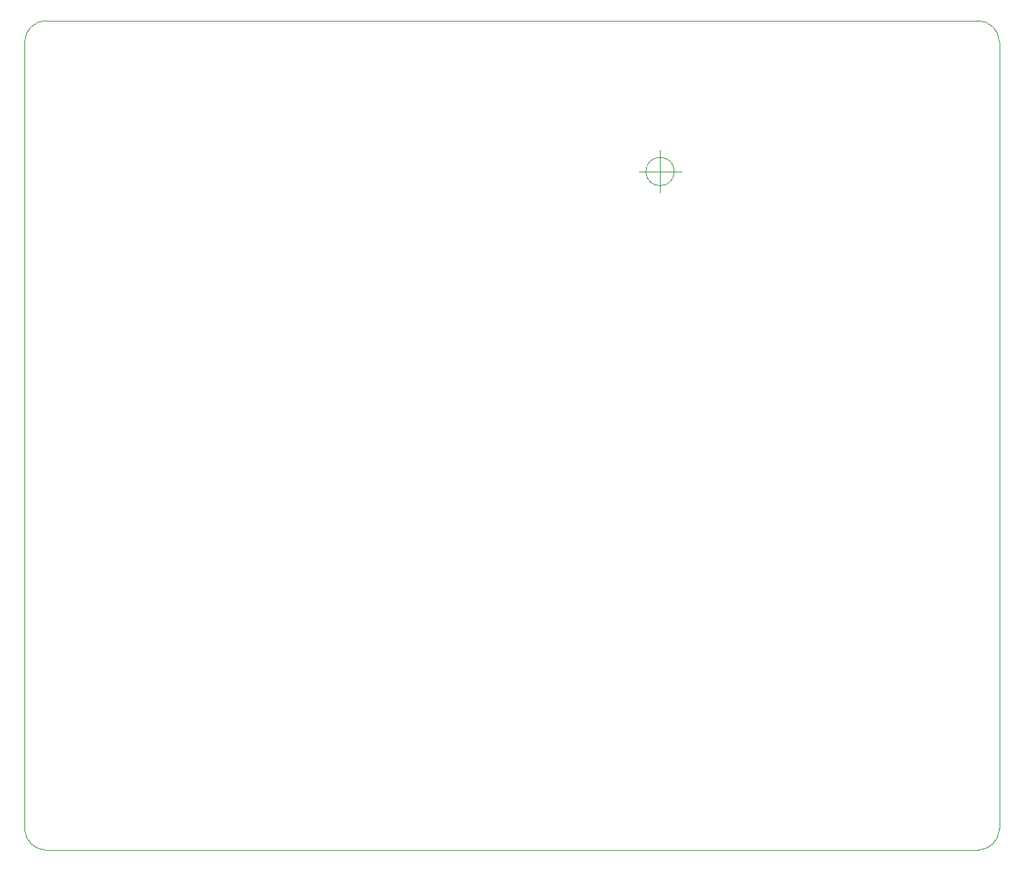
<source format=gbr>
%TF.GenerationSoftware,KiCad,Pcbnew,(5.1.6-0-10_14)*%
%TF.CreationDate,2020-09-02T17:46:37+08:00*%
%TF.ProjectId,EngineerPad,456e6769-6e65-4657-9250-61642e6b6963,v0.3*%
%TF.SameCoordinates,Original*%
%TF.FileFunction,Profile,NP*%
%FSLAX46Y46*%
G04 Gerber Fmt 4.6, Leading zero omitted, Abs format (unit mm)*
G04 Created by KiCad (PCBNEW (5.1.6-0-10_14)) date 2020-09-02 17:46:37*
%MOMM*%
%LPD*%
G01*
G04 APERTURE LIST*
%TA.AperFunction,Profile*%
%ADD10C,0.050000*%
%TD*%
G04 APERTURE END LIST*
D10*
X153641666Y-76025000D02*
G75*
G03*
X153641666Y-76025000I-1666666J0D01*
G01*
X149475000Y-76025000D02*
X154475000Y-76025000D01*
X151975000Y-73525000D02*
X151975000Y-78525000D01*
X189440000Y-58245000D02*
G75*
G02*
X191980000Y-60785000I0J-2540000D01*
G01*
X77045000Y-60785000D02*
G75*
G02*
X79585000Y-58245000I2540000J0D01*
G01*
X79585000Y-156035000D02*
G75*
G02*
X77045000Y-153495000I0J2540000D01*
G01*
X191980000Y-153495000D02*
G75*
G02*
X189440000Y-156035000I-2540000J0D01*
G01*
X189440000Y-156035000D02*
X79585000Y-156035000D01*
X77045000Y-60785000D02*
X77045000Y-153495000D01*
X189440000Y-58245000D02*
X79585000Y-58245000D01*
X191980000Y-153495000D02*
X191980000Y-60785000D01*
M02*

</source>
